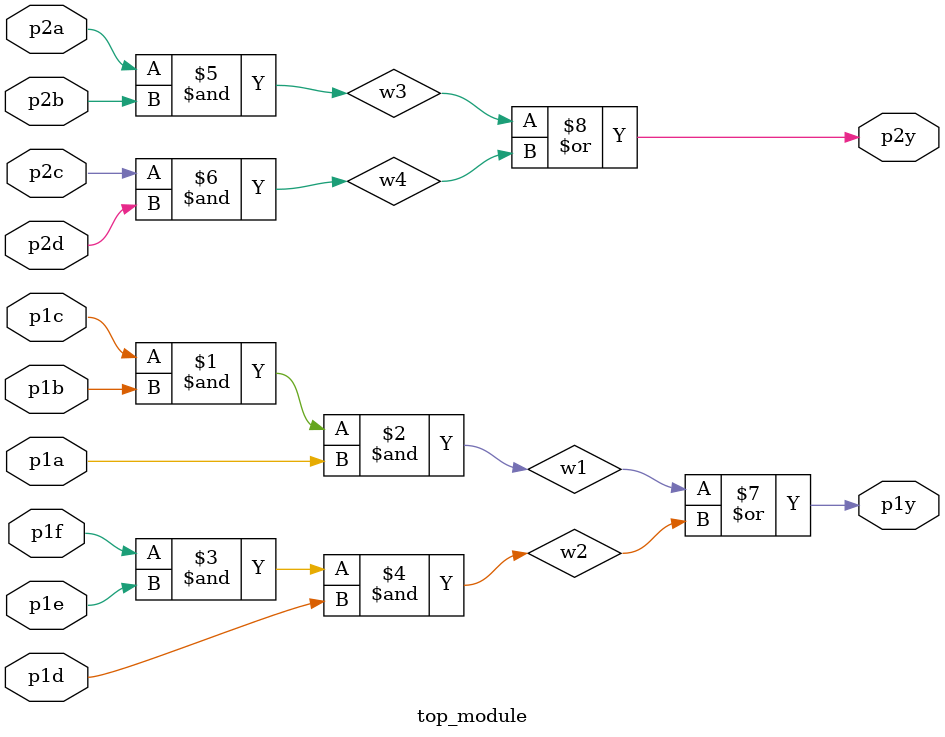
<source format=sv>
module top_module ( 
    input p1a, p1b, p1c, p1d, p1e, p1f,
    output p1y,
    input p2a, p2b, p2c, p2d,
    output p2y );

    // Wire version
    // 7458 chip has 4 AND gates and 2 OR gates
    // 10 inputs
    // 2 oututs

    wire w1, w2, w3, w4;    // wires driven by intermediate AND gates

    assign w1 = p1c & p1b & p1a;
    assign w2 = p1f & p1e & p1d;
    assign w3 = p2a & p2b;
    assign w4 = p2c & p2d;

    assign p1y = w1 | w2;
    assign p2y = w3 | w4;

endmodule
</source>
